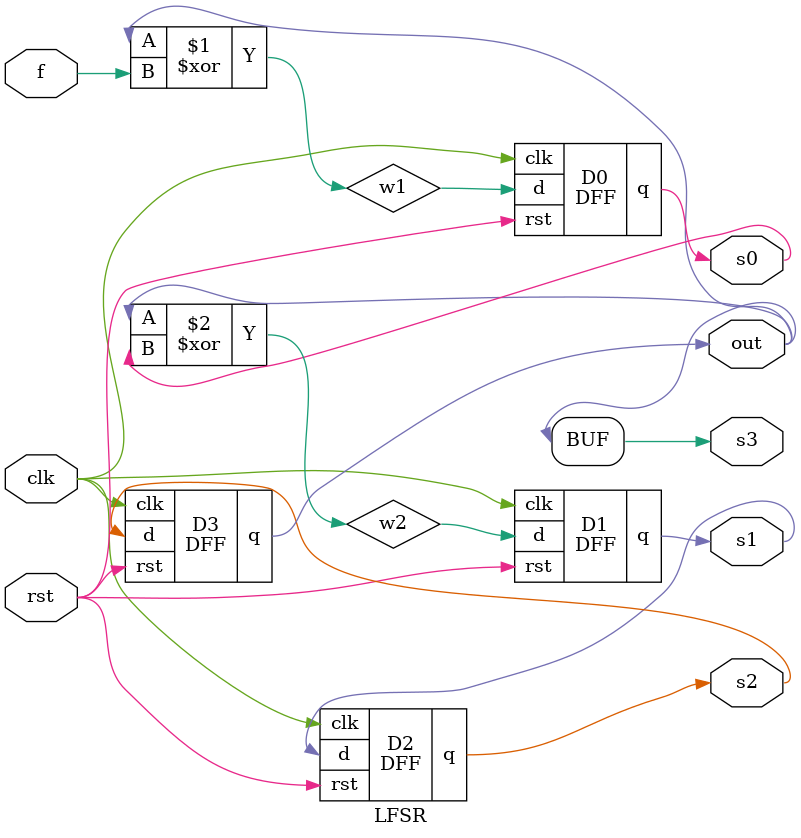
<source format=v>
module top(x1,x2,x3,x4,sa0,clk,rst,f,s0,s1,s2,s3,out);
input x1,x2,x3,x4,sa0,clk,rst;
output f,s0,s1,s2,s3,out;
circuit c0(f,x1,x2,x3,x4,sa0);
LFSR    l0(out,f,clk,rst,s0,s1,s2,s3);
endmodule

//design for circuit
module circuit(f,x1,x2,x3,x4,sa0);
input x1,x2,x3,x4,sa0;
output f;
wire x1_n,x2_n,x3_n,x4_n;

not(x1_n,x1);
not(x2_n,x2);
not(x3_n,x3);
not(x4_n,x4);

and4 a0(w1,x1,x2_n,x3_n,x4_n);
and4 a1(w2,x1_n,x2_n,x3,x4_n);
and4 a2(w3,x1,x2,x3_n,x4);
and4 a3(w4,x1_n,x2,x3_n,x4_n);
and4 a4(w5,x1_n,x2,x3,x4);
and4 a5(w6,x1,x2,x3_n,x4);

or(w7,w1,w2);
or4 o0(w8,w3,w4,w5,w6);

assign w9 = sa0? 0 : w8;

or(f,w7,w9);
endmodule

//design for 4 input AND gate
module and4(e,a,b,c,d);
input a,b,c,d;
output e;
and(w1,a,b);
and(w2,c,d);
and(e,w1,w2);
endmodule

//design for 4 input OR gate
module or4(e,a,b,c,d);
input a,b,c,d;
output e;
or(w1,a,b);
or(w2,c,d);
or(e,w1,w2);
endmodule

//design for D flip-flop
module DFF(d,q,clk,rst);
input d,clk,rst;
output reg q;
always@(posedge clk)begin
    if(rst)begin
        q <= 0;
    end
    else begin
        q <= d;
    end
end
endmodule

//design for LFSR
module LFSR(out,f,clk,rst,s0,s1,s2,s3);
input f,clk,rst;
output s0,s1,s2,s3,out;
wire w1, w2;

xor(w1,out,f);
DFF D0(w1,s0,clk,rst);
xor(w2,out,s0);
DFF D1(w2,s1,clk,rst);
DFF D2(s1,s2,clk,rst);
DFF D3(s2,s3,clk,rst);
assign out = s3;
endmodule
</source>
